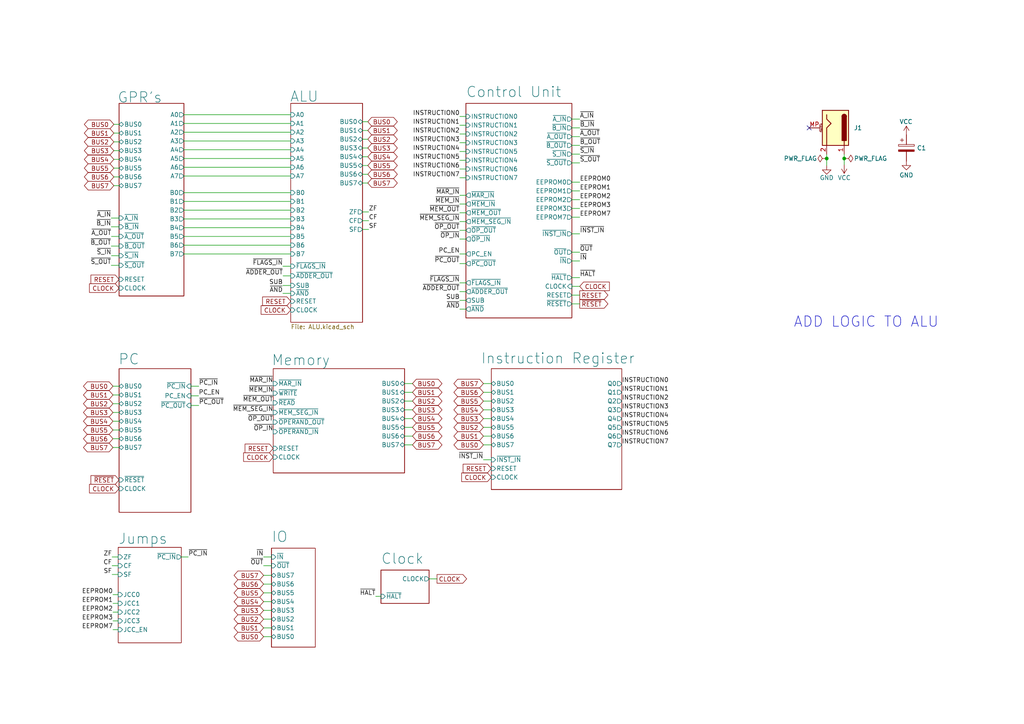
<source format=kicad_sch>
(kicad_sch (version 20211123) (generator eeschema)
  (paper "A4")
  (lib_symbols
    (symbol "Connector:Barrel_Jack_MountingPin" (pin_names hide)
      (property "Reference" "J" (at 0 5.334 0))
      (property "Value" "Barrel_Jack_MountingPin" (at 1.27 -6.35 0))
      (symbol "Barrel_Jack_MountingPin_0_1"
        (rectangle (start -5.08 3.81) (end 5.08 -3.81) (stroke (width 0.254)) (fill (type background)))
        (arc (start -3.302 3.175) (mid -3.937 2.54) (end -3.302 1.905) (stroke (width 0.254)))
        (arc (start -3.302 3.175) (mid -3.937 2.54) (end -3.302 1.905) (stroke (width 0.254)) (fill (type outline)))
        (polyline (pts (xy 5.08 2.54) (xy 3.81 2.54)) (stroke (width 0.254)))
        (polyline (pts (xy -3.81 -2.54) (xy -2.54 -2.54) (xy -1.27 -1.27) (xy 0 -2.54) (xy 2.54 -2.54) (xy 5.08 -2.54)) (stroke (width 0.254)))
        (rectangle (start 3.683 3.175) (end -3.302 1.905) (stroke (width 0.254)) (fill (type outline)))
      )
      (symbol "Barrel_Jack_MountingPin_1_1"
        (polyline (pts (xy -1.016 -4.572) (xy 1.016 -4.572)) (stroke (width 0.1524)))
        (text "Mounting" (at 0 -4.191 0) (effects (font (size 0.381 0.381))))
        (pin passive line (at 7.62 2.54 180) (length 2.54) (name "~") (number "1"))
        (pin passive line (at 7.62 -2.54 180) (length 2.54) (name "~") (number "2"))
        (pin passive line (at 0 -7.62 90) (length 3.048) (name "MountPin") (number "MP"))
      )
    )
    (symbol "Device:C_Polarized" (pin_numbers hide) (pin_names (offset 0.254))
      (property "Reference" "C" (at 0.635 2.54 0))
      (property "Value" "C_Polarized" (at 0.635 -2.54 0))
      (symbol "C_Polarized_0_1"
        (rectangle (start -2.286 0.508) (end 2.286 1.016))
        (polyline (pts (xy -1.778 2.286) (xy -0.762 2.286)))
        (polyline (pts (xy -1.27 2.794) (xy -1.27 1.778)))
        (rectangle (start 2.286 -0.508) (end -2.286 -1.016) (fill (type outline)))
      )
      (symbol "C_Polarized_1_1"
        (pin passive line (at 0 3.81 270) (length 2.794) (name "~") (number "1"))
        (pin passive line (at 0 -3.81 90) (length 2.794) (name "~") (number "2"))
      )
    )
    (symbol "power:GND" (power) (pin_names (offset 0))
      (property "Value" "GND" (at 0 -3.81 0))
      (symbol "GND_0_1"
        (polyline (pts (xy 0 0) (xy 0 -1.27) (xy 1.27 -1.27) (xy 0 -2.54) (xy -1.27 -1.27) (xy 0 -1.27)))
      )
      (symbol "GND_1_1"
        (pin power_in line (at 0 0 270) (length 0) hide (name "GND") (number "1"))
      )
    )
    (symbol "power:PWR_FLAG" (power) (pin_numbers hide) (pin_names (offset 0) hide)
      (property "Value" "PWR_FLAG" (at 0 3.81 0))
      (symbol "PWR_FLAG_0_0"
        (pin power_out line (at 0 0 90) (length 0) (name "pwr") (number "1"))
      )
      (symbol "PWR_FLAG_0_1"
        (polyline (pts (xy 0 0) (xy 0 1.27) (xy -1.016 1.905) (xy 0 2.54) (xy 1.016 1.905) (xy 0 1.27)))
      )
    )
    (symbol "power:VCC" (power) (pin_names (offset 0))
      (property "Value" "VCC" (at 0 3.81 0))
      (symbol "VCC_0_1"
        (polyline (pts (xy -0.762 1.27) (xy 0 2.54)))
        (polyline (pts (xy 0 0) (xy 0 2.54)))
        (polyline (pts (xy 0 2.54) (xy 0.762 1.27)))
      )
      (symbol "VCC_1_1"
        (pin power_in line (at 0 0 90) (length 0) hide (name "VCC") (number "1"))
      )
    )
  )
  (junction (at 239.776 45.974))
  (junction (at 244.856 45.974))
  (no_connect (at 234.696 37.084))
  (wire (pts (xy 53.34 48.514) (xy 84.328 48.514)))
  (wire (pts (xy 165.862 39.624) (xy 168.148 39.624)))
  (wire (pts (xy 133.35 76.454) (xy 135.128 76.454)))
  (wire (pts (xy 165.862 85.598) (xy 168.148 85.598)))
  (wire (pts (xy 133.35 43.942) (xy 135.128 43.942)))
  (wire (pts (xy 105.156 37.846) (xy 106.68 37.846)))
  (wire (pts (xy 133.35 84.582) (xy 135.128 84.582)))
  (wire (pts (xy 53.34 63.5) (xy 84.328 63.5)))
  (wire (pts (xy 117.348 113.792) (xy 119.634 113.792)))
  (wire (pts (xy 142.494 126.492) (xy 140.208 126.492)))
  (wire (pts (xy 124.46 167.894) (xy 126.746 167.894)))
  (wire (pts (xy 57.658 112.014) (xy 55.372 112.014)))
  (wire (pts (xy 78.74 166.878) (xy 76.454 166.878)))
  (wire (pts (xy 53.34 45.974) (xy 84.328 45.974)))
  (wire (pts (xy 78.74 171.958) (xy 76.454 171.958)))
  (wire (pts (xy 34.29 164.084) (xy 32.512 164.084)))
  (wire (pts (xy 133.35 87.122) (xy 135.128 87.122)))
  (wire (pts (xy 133.35 61.722) (xy 135.128 61.722)))
  (wire (pts (xy 105.156 53.086) (xy 106.68 53.086)))
  (wire (pts (xy 142.494 129.032) (xy 140.208 129.032)))
  (wire (pts (xy 32.766 124.714) (xy 34.544 124.714)))
  (wire (pts (xy 53.34 35.814) (xy 84.328 35.814)))
  (wire (pts (xy 239.776 44.704) (xy 239.776 45.974)))
  (wire (pts (xy 78.74 169.418) (xy 76.454 169.418)))
  (wire (pts (xy 133.35 56.642) (xy 135.128 56.642)))
  (wire (pts (xy 165.862 88.138) (xy 168.148 88.138)))
  (wire (pts (xy 108.966 172.974) (xy 110.49 172.974)))
  (wire (pts (xy 82.1008 80.01) (xy 84.328 80.01)))
  (wire (pts (xy 82.042 82.804) (xy 84.328 82.804)))
  (wire (pts (xy 133.35 82.042) (xy 135.128 82.042)))
  (wire (pts (xy 133.35 38.862) (xy 135.128 38.862)))
  (wire (pts (xy 32.766 117.094) (xy 34.544 117.094)))
  (wire (pts (xy 53.34 43.434) (xy 84.328 43.434)))
  (wire (pts (xy 133.35 59.182) (xy 135.128 59.182)))
  (wire (pts (xy 165.862 52.832) (xy 168.148 52.832)))
  (wire (pts (xy 82.042 85.09) (xy 84.328 85.09)))
  (wire (pts (xy 117.348 116.332) (xy 119.634 116.332)))
  (wire (pts (xy 165.862 80.518) (xy 168.148 80.518)))
  (wire (pts (xy 53.34 66.04) (xy 84.328 66.04)))
  (wire (pts (xy 78.74 164.084) (xy 76.454 164.084)))
  (wire (pts (xy 105.156 50.546) (xy 106.68 50.546)))
  (wire (pts (xy 53.34 40.894) (xy 84.328 40.894)))
  (wire (pts (xy 82.042 77.216) (xy 84.328 77.216)))
  (wire (pts (xy 34.544 36.068) (xy 33.02 36.068)))
  (wire (pts (xy 165.862 37.084) (xy 168.148 37.084)))
  (wire (pts (xy 165.862 57.912) (xy 168.148 57.912)))
  (wire (pts (xy 78.74 184.658) (xy 76.454 184.658)))
  (wire (pts (xy 165.862 62.992) (xy 168.148 62.992)))
  (wire (pts (xy 133.35 33.782) (xy 135.128 33.782)))
  (wire (pts (xy 32.3168 68.58) (xy 34.544 68.58)))
  (wire (pts (xy 142.494 111.252) (xy 140.208 111.252)))
  (wire (pts (xy 34.544 43.688) (xy 33.02 43.688)))
  (wire (pts (xy 53.34 51.054) (xy 84.328 51.054)))
  (wire (pts (xy 105.156 66.548) (xy 106.934 66.548)))
  (wire (pts (xy 32.766 177.546) (xy 34.29 177.546)))
  (wire (pts (xy 244.856 45.974) (xy 244.856 47.752)))
  (wire (pts (xy 34.544 38.608) (xy 33.02 38.608)))
  (wire (pts (xy 57.5992 114.808) (xy 55.372 114.808)))
  (wire (pts (xy 117.348 123.952) (xy 119.634 123.952)))
  (wire (pts (xy 34.544 46.228) (xy 33.02 46.228)))
  (wire (pts (xy 32.258 76.962) (xy 34.544 76.962)))
  (wire (pts (xy 142.494 118.872) (xy 140.208 118.872)))
  (wire (pts (xy 133.35 73.66) (xy 135.128 73.66)))
  (wire (pts (xy 32.766 129.794) (xy 34.544 129.794)))
  (wire (pts (xy 32.3168 74.168) (xy 34.544 74.168)))
  (wire (pts (xy 133.35 89.662) (xy 135.128 89.662)))
  (wire (pts (xy 32.766 182.626) (xy 34.29 182.626)))
  (wire (pts (xy 244.856 44.704) (xy 244.856 45.974)))
  (wire (pts (xy 32.766 127.254) (xy 34.544 127.254)))
  (wire (pts (xy 142.494 123.952) (xy 140.208 123.952)))
  (wire (pts (xy 53.34 73.66) (xy 84.328 73.66)))
  (wire (pts (xy 32.258 71.374) (xy 34.544 71.374)))
  (wire (pts (xy 53.34 60.96) (xy 84.328 60.96)))
  (wire (pts (xy 32.258 65.786) (xy 34.544 65.786)))
  (wire (pts (xy 53.34 58.42) (xy 84.328 58.42)))
  (wire (pts (xy 117.348 126.492) (xy 119.634 126.492)))
  (wire (pts (xy 32.766 114.554) (xy 34.544 114.554)))
  (wire (pts (xy 165.862 44.704) (xy 168.148 44.704)))
  (wire (pts (xy 133.35 64.262) (xy 135.128 64.262)))
  (wire (pts (xy 133.35 36.322) (xy 135.128 36.322)))
  (wire (pts (xy 142.494 116.332) (xy 140.208 116.332)))
  (wire (pts (xy 53.34 68.58) (xy 84.328 68.58)))
  (wire (pts (xy 133.35 51.562) (xy 135.128 51.562)))
  (wire (pts (xy 165.862 47.244) (xy 168.148 47.244)))
  (wire (pts (xy 78.74 182.118) (xy 76.454 182.118)))
  (wire (pts (xy 165.862 67.818) (xy 168.148 67.818)))
  (wire (pts (xy 32.766 112.014) (xy 34.544 112.014)))
  (wire (pts (xy 165.862 55.372) (xy 168.148 55.372)))
  (wire (pts (xy 32.766 122.174) (xy 34.544 122.174)))
  (wire (pts (xy 32.766 175.006) (xy 34.29 175.006)))
  (wire (pts (xy 34.544 48.768) (xy 33.02 48.768)))
  (wire (pts (xy 34.544 51.308) (xy 33.02 51.308)))
  (wire (pts (xy 78.74 179.578) (xy 76.454 179.578)))
  (wire (pts (xy 34.29 166.624) (xy 32.512 166.624)))
  (wire (pts (xy 53.34 71.12) (xy 84.328 71.12)))
  (wire (pts (xy 117.348 118.872) (xy 119.634 118.872)))
  (wire (pts (xy 133.35 49.022) (xy 135.128 49.022)))
  (wire (pts (xy 32.766 172.466) (xy 34.29 172.466)))
  (wire (pts (xy 239.776 45.974) (xy 239.776 48.006)))
  (wire (pts (xy 34.29 161.544) (xy 32.512 161.544)))
  (wire (pts (xy 142.494 113.792) (xy 140.208 113.792)))
  (wire (pts (xy 34.544 53.848) (xy 33.02 53.848)))
  (wire (pts (xy 32.258 63.246) (xy 34.544 63.246)))
  (wire (pts (xy 105.156 35.306) (xy 106.68 35.306)))
  (wire (pts (xy 140.208 133.35) (xy 142.494 133.35)))
  (wire (pts (xy 117.348 121.412) (xy 119.634 121.412)))
  (wire (pts (xy 52.578 161.544) (xy 54.61 161.544)))
  (wire (pts (xy 105.156 61.468) (xy 106.934 61.468)))
  (wire (pts (xy 133.35 69.342) (xy 135.128 69.342)))
  (wire (pts (xy 142.494 121.412) (xy 140.208 121.412)))
  (wire (pts (xy 32.766 180.086) (xy 34.29 180.086)))
  (wire (pts (xy 105.156 42.926) (xy 106.68 42.926)))
  (wire (pts (xy 105.156 40.386) (xy 106.68 40.386)))
  (wire (pts (xy 78.74 177.038) (xy 76.454 177.038)))
  (wire (pts (xy 117.348 129.032) (xy 119.634 129.032)))
  (wire (pts (xy 78.74 161.544) (xy 76.454 161.544)))
  (wire (pts (xy 53.34 55.88) (xy 84.328 55.88)))
  (wire (pts (xy 105.156 64.008) (xy 106.934 64.008)))
  (wire (pts (xy 105.156 45.466) (xy 106.68 45.466)))
  (wire (pts (xy 165.862 34.544) (xy 168.148 34.544)))
  (wire (pts (xy 165.862 42.164) (xy 168.148 42.164)))
  (wire (pts (xy 34.544 41.148) (xy 33.02 41.148)))
  (wire (pts (xy 78.74 174.498) (xy 76.454 174.498)))
  (wire (pts (xy 133.35 46.482) (xy 135.128 46.482)))
  (wire (pts (xy 165.862 83.058) (xy 168.148 83.058)))
  (wire (pts (xy 165.862 73.152) (xy 168.148 73.152)))
  (wire (pts (xy 117.348 111.252) (xy 119.634 111.252)))
  (wire (pts (xy 165.862 75.692) (xy 168.148 75.692)))
  (wire (pts (xy 53.34 38.354) (xy 84.328 38.354)))
  (wire (pts (xy 105.156 48.006) (xy 106.68 48.006)))
  (wire (pts (xy 133.35 41.402) (xy 135.128 41.402)))
  (wire (pts (xy 57.658 117.602) (xy 55.372 117.602)))
  (wire (pts (xy 165.862 60.452) (xy 168.148 60.452)))
  (wire (pts (xy 53.34 33.274) (xy 84.328 33.274)))
  (wire (pts (xy 133.35 66.802) (xy 135.128 66.802)))
  (wire (pts (xy 32.766 119.634) (xy 34.544 119.634)))
  (text "ADD LOGIC TO ALU" (at 230.124 95.25 0) (effects (font (size 3 3)) (justify left bottom)))
  (label "INSTRUCTION0" (at 180.34 111.252 0))
  (label "~{IN}" (at 168.148 75.692 0))
  (label "~{A_IN}" (at 32.258 63.246 180))
  (label "EEPROM3" (at 168.148 60.452 0))
  (label "~{OP_IN}" (at 133.35 69.342 180))
  (label "EEPROM2" (at 32.766 177.546 180))
  (label "INSTRUCTION3" (at 133.35 41.402 180))
  (label "~{A_IN}" (at 168.148 34.544 0))
  (label "INSTRUCTION7" (at 133.35 51.562 180))
  (label "~{OUT}" (at 76.454 164.084 180))
  (label "~{ADDER_OUT}" (at 133.35 84.582 180))
  (label "~{A_OUT}" (at 168.148 39.624 0))
  (label "~{INST_IN}" (at 168.148 67.818 0))
  (label "~{FLAGS_IN}" (at 82.042 77.216 180))
  (label "~{PC_IN}" (at 57.658 112.014 0))
  (label "PC_EN" (at 57.5992 114.808 0))
  (label "SF" (at 106.934 66.548 0))
  (label "~{B_OUT}" (at 168.148 42.164 0))
  (label "~{B_IN}" (at 168.148 37.084 0))
  (label "~{MEM_OUT}" (at 79.248 116.84 180))
  (label "SUB" (at 133.35 87.122 180))
  (label "INSTRUCTION0" (at 133.35 33.782 180))
  (label "~{S_IN}" (at 168.148 44.704 0))
  (label "~{MAR_IN}" (at 79.248 111.252 180))
  (label "EEPROM1" (at 32.766 175.006 180))
  (label "EEPROM2" (at 168.148 57.912 0))
  (label "~{INST_IN}" (at 140.208 133.35 180))
  (label "~{AND}" (at 133.35 89.662 180))
  (label "SF" (at 32.512 166.624 180))
  (label "~{B_IN}" (at 32.258 65.786 180))
  (label "~{A_OUT}" (at 32.3168 68.58 180))
  (label "EEPROM7" (at 168.148 62.992 0))
  (label "INSTRUCTION2" (at 180.34 116.332 0))
  (label "ZF" (at 32.512 161.544 180))
  (label "INSTRUCTION4" (at 133.35 43.942 180))
  (label "~{FLAGS_IN}" (at 133.35 82.042 180))
  (label "PC_EN" (at 133.35 73.66 180))
  (label "~{OUT}" (at 168.148 73.152 0))
  (label "~{OP_OUT}" (at 79.248 122.428 180))
  (label "~{MEM_SEG_IN}" (at 133.35 64.262 180))
  (label "~{S_IN}" (at 32.3168 74.168 180))
  (label "~{HALT}" (at 108.966 172.974 180))
  (label "~{OP_IN}" (at 79.248 125.222 180))
  (label "INSTRUCTION1" (at 133.35 36.322 180))
  (label "EEPROM3" (at 32.766 180.086 180))
  (label "EEPROM7" (at 32.766 182.626 180))
  (label "~{S_OUT}" (at 32.258 76.962 180))
  (label "~{MAR_IN}" (at 133.35 56.642 180))
  (label "INSTRUCTION6" (at 133.35 49.022 180))
  (label "EEPROM0" (at 32.766 172.466 180))
  (label "~{B_OUT}" (at 32.258 71.374 180))
  (label "EEPROM1" (at 168.148 55.372 0))
  (label "INSTRUCTION6" (at 180.34 126.492 0))
  (label "INSTRUCTION2" (at 133.35 38.862 180))
  (label "EEPROM0" (at 168.148 52.832 0))
  (label "~{ADDER_OUT}" (at 82.1008 80.01 180))
  (label "~{MEM_OUT}" (at 133.35 61.722 180))
  (label "INSTRUCTION5" (at 180.34 123.952 0))
  (label "CF" (at 106.934 64.008 0))
  (label "INSTRUCTION5" (at 133.35 46.482 180))
  (label "ZF" (at 106.934 61.468 0))
  (label "~{MEM_SEG_IN}" (at 79.248 119.634 180))
  (label "INSTRUCTION4" (at 180.34 121.412 0))
  (label "~{OP_OUT}" (at 133.35 66.802 180))
  (label "INSTRUCTION3" (at 180.34 118.872 0))
  (label "~{IN}" (at 76.454 161.544 180))
  (label "INSTRUCTION1" (at 180.34 113.792 0))
  (label "~{PC_IN}" (at 54.61 161.544 0))
  (label "~{MEM_IN}" (at 133.35 59.182 180))
  (label "CF" (at 32.512 164.084 180))
  (label "~{S_OUT}" (at 168.148 47.244 0))
  (label "~{AND}" (at 82.042 85.09 180))
  (label "~{PC_OUT}" (at 57.658 117.602 0))
  (label "~{PC_OUT}" (at 133.35 76.454 180))
  (label "~{HALT}" (at 168.148 80.518 0))
  (label "~{MEM_IN}" (at 79.248 114.046 180))
  (label "INSTRUCTION7" (at 180.34 129.032 0))
  (label "SUB" (at 82.042 82.804 180))
  (global_label "BUS7" (shape tri_state) (at 33.02 53.848 180) (property "Intersheet References" "${INTERSHEET_REFS}" (effects hide)))
  (global_label "BUS2" (shape tri_state) (at 140.208 123.952 180) (property "Intersheet References" "${INTERSHEET_REFS}" (effects hide)))
  (global_label "BUS2" (shape tri_state) (at 33.02 41.148 180) (property "Intersheet References" "${INTERSHEET_REFS}" (effects hide)))
  (global_label "BUS7" (shape tri_state) (at 119.634 129.032 0) (property "Intersheet References" "${INTERSHEET_REFS}" (effects hide)))
  (global_label "BUS0" (shape tri_state) (at 119.634 111.252 0) (property "Intersheet References" "${INTERSHEET_REFS}" (effects hide)))
  (global_label "BUS3" (shape tri_state) (at 76.454 177.038 180) (property "Intersheet References" "${INTERSHEET_REFS}" (effects hide)))
  (global_label "BUS5" (shape tri_state) (at 33.02 48.768 180) (property "Intersheet References" "${INTERSHEET_REFS}" (effects hide)))
  (global_label "BUS4" (shape tri_state) (at 119.634 121.412 0) (property "Intersheet References" "${INTERSHEET_REFS}" (effects hide)))
  (global_label "CLOCK" (shape input) (at 84.328 89.916 180) (property "Intersheet References" "${INTERSHEET_REFS}" (effects hide)))
  (global_label "BUS7" (shape tri_state) (at 106.68 53.086 0) (property "Intersheet References" "${INTERSHEET_REFS}" (effects hide)))
  (global_label "BUS3" (shape tri_state) (at 106.68 42.926 0) (property "Intersheet References" "${INTERSHEET_REFS}" (effects hide)))
  (global_label "BUS0" (shape tri_state) (at 33.02 36.068 180) (property "Intersheet References" "${INTERSHEET_REFS}" (effects hide)))
  (global_label "BUS3" (shape tri_state) (at 119.634 118.872 0) (property "Intersheet References" "${INTERSHEET_REFS}" (effects hide)))
  (global_label "CLOCK" (shape input) (at 34.544 141.732 180) (property "Intersheet References" "${INTERSHEET_REFS}" (effects hide)))
  (global_label "BUS3" (shape tri_state) (at 33.02 43.688 180) (property "Intersheet References" "${INTERSHEET_REFS}" (effects hide)))
  (global_label "CLOCK" (shape input) (at 142.494 138.43 180) (property "Intersheet References" "${INTERSHEET_REFS}" (effects hide)))
  (global_label "BUS4" (shape tri_state) (at 32.766 122.174 180) (property "Intersheet References" "${INTERSHEET_REFS}" (effects hide)))
  (global_label "~{RESET}" (shape output) (at 168.148 88.138 0) (property "Intersheet References" "${INTERSHEET_REFS}" (effects hide)))
  (global_label "BUS0" (shape tri_state) (at 76.454 184.658 180) (property "Intersheet References" "${INTERSHEET_REFS}" (effects hide)))
  (global_label "BUS2" (shape tri_state) (at 119.634 116.332 0) (property "Intersheet References" "${INTERSHEET_REFS}" (effects hide)))
  (global_label "RESET" (shape input) (at 84.328 87.376 180) (property "Intersheet References" "${INTERSHEET_REFS}" (effects hide)))
  (global_label "BUS6" (shape tri_state) (at 33.02 51.308 180) (property "Intersheet References" "${INTERSHEET_REFS}" (effects hide)))
  (global_label "BUS1" (shape tri_state) (at 32.766 114.554 180) (property "Intersheet References" "${INTERSHEET_REFS}" (effects hide)))
  (global_label "BUS2" (shape tri_state) (at 32.766 117.094 180) (property "Intersheet References" "${INTERSHEET_REFS}" (effects hide)))
  (global_label "BUS4" (shape tri_state) (at 140.208 118.872 180) (property "Intersheet References" "${INTERSHEET_REFS}" (effects hide)))
  (global_label "BUS7" (shape tri_state) (at 76.454 166.878 180) (property "Intersheet References" "${INTERSHEET_REFS}" (effects hide)))
  (global_label "BUS7" (shape tri_state) (at 140.208 111.252 180) (property "Intersheet References" "${INTERSHEET_REFS}" (effects hide)))
  (global_label "BUS0" (shape tri_state) (at 106.68 35.306 0) (property "Intersheet References" "${INTERSHEET_REFS}" (effects hide)))
  (global_label "BUS6" (shape tri_state) (at 76.454 169.418 180) (property "Intersheet References" "${INTERSHEET_REFS}" (effects hide)))
  (global_label "BUS7" (shape tri_state) (at 32.766 129.794 180) (property "Intersheet References" "${INTERSHEET_REFS}" (effects hide)))
  (global_label "BUS5" (shape tri_state) (at 106.68 48.006 0) (property "Intersheet References" "${INTERSHEET_REFS}" (effects hide)))
  (global_label "BUS6" (shape tri_state) (at 140.208 113.792 180) (property "Intersheet References" "${INTERSHEET_REFS}" (effects hide)))
  (global_label "BUS6" (shape tri_state) (at 106.68 50.546 0) (property "Intersheet References" "${INTERSHEET_REFS}" (effects hide)))
  (global_label "BUS4" (shape tri_state) (at 33.02 46.228 180) (property "Intersheet References" "${INTERSHEET_REFS}" (effects hide)))
  (global_label "BUS1" (shape tri_state) (at 106.68 37.846 0) (property "Intersheet References" "${INTERSHEET_REFS}" (effects hide)))
  (global_label "BUS6" (shape tri_state) (at 119.634 126.492 0) (property "Intersheet References" "${INTERSHEET_REFS}" (effects hide)))
  (global_label "BUS1" (shape tri_state) (at 33.02 38.608 180) (property "Intersheet References" "${INTERSHEET_REFS}" (effects hide)))
  (global_label "RESET" (shape output) (at 168.148 85.598 0) (property "Intersheet References" "${INTERSHEET_REFS}" (effects hide)))
  (global_label "CLOCK" (shape input) (at 168.148 83.058 0) (property "Intersheet References" "${INTERSHEET_REFS}" (effects hide)))
  (global_label "~{RESET}" (shape input) (at 34.544 139.192 180) (property "Intersheet References" "${INTERSHEET_REFS}" (effects hide)))
  (global_label "BUS0" (shape tri_state) (at 140.208 129.032 180) (property "Intersheet References" "${INTERSHEET_REFS}" (effects hide)))
  (global_label "BUS1" (shape tri_state) (at 140.208 126.492 180) (property "Intersheet References" "${INTERSHEET_REFS}" (effects hide)))
  (global_label "CLOCK" (shape output) (at 126.746 167.894 0) (property "Intersheet References" "${INTERSHEET_REFS}" (effects hide)))
  (global_label "BUS0" (shape tri_state) (at 32.766 112.014 180) (property "Intersheet References" "${INTERSHEET_REFS}" (effects hide)))
  (global_label "CLOCK" (shape input) (at 79.248 132.588 180) (property "Intersheet References" "${INTERSHEET_REFS}" (effects hide)))
  (global_label "BUS2" (shape tri_state) (at 106.68 40.386 0) (property "Intersheet References" "${INTERSHEET_REFS}" (effects hide)))
  (global_label "CLOCK" (shape input) (at 34.544 83.566 180) (property "Intersheet References" "${INTERSHEET_REFS}" (effects hide)))
  (global_label "BUS4" (shape tri_state) (at 106.68 45.466 0) (property "Intersheet References" "${INTERSHEET_REFS}" (effects hide)))
  (global_label "BUS4" (shape tri_state) (at 76.454 174.498 180) (property "Intersheet References" "${INTERSHEET_REFS}" (effects hide)))
  (global_label "BUS2" (shape tri_state) (at 76.454 179.578 180) (property "Intersheet References" "${INTERSHEET_REFS}" (effects hide)))
  (global_label "BUS6" (shape tri_state) (at 32.766 127.254 180) (property "Intersheet References" "${INTERSHEET_REFS}" (effects hide)))
  (global_label "BUS5" (shape tri_state) (at 76.454 171.958 180) (property "Intersheet References" "${INTERSHEET_REFS}" (effects hide)))
  (global_label "BUS1" (shape tri_state) (at 119.634 113.792 0) (property "Intersheet References" "${INTERSHEET_REFS}" (effects hide)))
  (global_label "RESET" (shape input) (at 34.544 81.026 180) (property "Intersheet References" "${INTERSHEET_REFS}" (effects hide)))
  (global_label "BUS5" (shape tri_state) (at 32.766 124.714 180) (property "Intersheet References" "${INTERSHEET_REFS}" (effects hide)))
  (global_label "RESET" (shape input) (at 142.494 135.89 180) (property "Intersheet References" "${INTERSHEET_REFS}" (effects hide)))
  (global_label "BUS1" (shape tri_state) (at 76.454 182.118 180) (property "Intersheet References" "${INTERSHEET_REFS}" (effects hide)))
  (global_label "RESET" (shape input) (at 79.248 130.048 180) (property "Intersheet References" "${INTERSHEET_REFS}" (effects hide)))
  (global_label "BUS3" (shape tri_state) (at 32.766 119.634 180) (property "Intersheet References" "${INTERSHEET_REFS}" (effects hide)))
  (global_label "BUS5" (shape tri_state) (at 119.634 123.952 0) (property "Intersheet References" "${INTERSHEET_REFS}" (effects hide)))
  (global_label "BUS5" (shape tri_state) (at 140.208 116.332 180) (property "Intersheet References" "${INTERSHEET_REFS}" (effects hide)))
  (global_label "BUS3" (shape tri_state) (at 140.208 121.412 180) (property "Intersheet References" "${INTERSHEET_REFS}" (effects hide)))
  (symbol (lib_id "power:GND") (at 239.776 48.006 0) (unit 1)
    (property "Reference" "#PWR01" (effects hide))
    (property "Value" "GND" (at 239.776 51.562 0))
  )
  (symbol (lib_id "Device:C_Polarized") (at 262.89 42.926 0) (unit 1)
    (property "Reference" "C1" (at 265.938 42.926 0) (effects (justify left)))
    (property "Value" "C_Polarized" (effects hide))
    (property "Footprint" "Capacitor_SMD:CP_Elec_4x3" (effects hide))
  )
  (symbol (lib_id "power:VCC") (at 262.89 39.116 0) (unit 1)
    (property "Reference" "#PWR03" (effects hide))
    (property "Value" "VCC" (at 260.858 35.306 0) (effects (justify left)))
  )
  (symbol (lib_id "Connector:Barrel_Jack_MountingPin") (at 242.316 37.084 270) (unit 1)
    (property "Reference" "J1" (at 247.65 37.0839 90) (effects (justify left)))
    (property "Value" "Barrel_Jack_MountingPin" (effects hide))
    (property "Footprint" "Connector_BarrelJack:BarrelJack_Horizontal" (effects hide))
  )
  (symbol (lib_id "power:PWR_FLAG") (at 244.856 45.974 270) (unit 1)
    (property "Reference" "#FLG02" (effects hide))
    (property "Value" "PWR_FLAG" (at 247.65 45.974 90) (effects (justify left)))
  )
  (symbol (lib_id "power:VCC") (at 244.856 47.752 180) (unit 1)
    (property "Reference" "#PWR02" (effects hide))
    (property "Value" "VCC" (at 244.856 51.562 0))
  )
  (symbol (lib_id "power:GND") (at 262.89 46.736 0) (unit 1)
    (property "Reference" "#PWR04" (effects hide))
    (property "Value" "GND" (at 262.89 50.8 0))
  )
  (symbol (lib_id "power:PWR_FLAG") (at 239.776 45.974 90) (unit 1)
    (property "Reference" "#FLG01" (effects hide))
    (property "Value" "PWR_FLAG" (at 236.982 45.974 90) (effects (justify left)))
  )
  (sheet (at 34.544 106.934) (size 20.828 41.656) (stroke (width 0.1524))
    (property "Sheet name" "PC" (at 34.29 105.918 0) (effects (font (size 3 3)) (justify left bottom)))
    (property "Sheet file" "program-counter.kicad_sch" (effects hide))
    (pin "~{PC_OUT}" input (at 55.372 117.602 0))
    (pin "~{RESET}" input (at 34.544 139.192 180))
    (pin "CLOCK" input (at 34.544 141.732 180))
    (pin "PC_EN" input (at 55.372 114.808 0))
    (pin "~{PC_IN}" input (at 55.372 112.014 0))
    (pin "BUS0" tri_state (at 34.544 112.014 180))
    (pin "BUS1" tri_state (at 34.544 114.554 180))
    (pin "BUS2" tri_state (at 34.544 117.094 180))
    (pin "BUS3" tri_state (at 34.544 119.634 180))
    (pin "BUS5" tri_state (at 34.544 124.714 180))
    (pin "BUS7" tri_state (at 34.544 129.794 180))
    (pin "BUS4" tri_state (at 34.544 122.174 180))
    (pin "BUS6" tri_state (at 34.544 127.254 180))
  )
  (sheet (at 78.74 159.004) (size 12.7 28.702) (stroke (width 0.1524))
    (property "Sheet name" "IO" (at 78.74 157.4274 0) (effects (font (size 3 3)) (justify left bottom)))
    (property "Sheet file" "io.kicad_sch" (effects hide))
    (pin "~{IN}" input (at 78.74 161.544 180))
    (pin "~{OUT}" input (at 78.74 164.084 180))
    (pin "BUS2" tri_state (at 78.74 179.578 180))
    (pin "BUS1" tri_state (at 78.74 182.118 180))
    (pin "BUS4" tri_state (at 78.74 174.498 180))
    (pin "BUS3" tri_state (at 78.74 177.038 180))
    (pin "BUS0" tri_state (at 78.74 184.658 180))
    (pin "BUS7" tri_state (at 78.74 166.878 180))
    (pin "BUS5" tri_state (at 78.74 171.958 180))
    (pin "BUS6" tri_state (at 78.74 169.418 180))
  )
  (sheet (at 79.248 106.934) (size 38.1 30.226) (stroke (width 0.1524))
    (property "Sheet name" "Memory" (at 78.74 106.172 0) (effects (font (size 3 3)) (justify left bottom)))
    (property "Sheet file" "memory.kicad_sch" (effects hide))
    (pin "BUS1" tri_state (at 117.348 113.792 0))
    (pin "BUS0" tri_state (at 117.348 111.252 0))
    (pin "BUS2" tri_state (at 117.348 116.332 0))
    (pin "BUS4" tri_state (at 117.348 121.412 0))
    (pin "BUS6" tri_state (at 117.348 126.492 0))
    (pin "BUS7" tri_state (at 117.348 129.032 0))
    (pin "BUS3" tri_state (at 117.348 118.872 0))
    (pin "BUS5" tri_state (at 117.348 123.952 0))
    (pin "RESET" input (at 79.248 130.048 180))
    (pin "CLOCK" input (at 79.248 132.588 180))
    (pin "~{MEM_SEG_IN}" input (at 79.248 119.634 180))
    (pin "~{READ}" input (at 79.248 116.84 180))
    (pin "~{WRITE}" input (at 79.248 114.046 180))
    (pin "~{MAR_IN}" input (at 79.248 111.252 180))
    (pin "~{OPERAND_OUT}" input (at 79.248 122.428 180))
    (pin "~{OPERAND_IN}" input (at 79.248 125.222 180))
  )
  (sheet (at 110.49 165.354) (size 13.97 9.652) (stroke (width 0.1524))
    (property "Sheet name" "Clock" (at 110.49 163.7774 0) (effects (font (size 3 3)) (justify left bottom)))
    (property "Sheet file" "clock.kicad_sch" (effects hide))
    (pin "CLOCK" output (at 124.46 167.894 0))
    (pin "~{HALT}" input (at 110.49 172.974 180))
  )
  (sheet (at 84.328 29.972) (size 20.828 63.5) (stroke (width 0.1524))
    (property "Sheet name" "ALU" (at 84.074 29.718 0) (effects (font (size 3 3)) (justify left bottom)))
    (property "Sheet file" "ALU.kicad_sch" (at 84.328 94.0566 0) (effects (justify left top)))
    (pin "A0" input (at 84.328 33.274 180))
    (pin "BUS7" tri_state (at 105.156 53.086 0))
    (pin "BUS1" tri_state (at 105.156 37.846 0))
    (pin "BUS0" tri_state (at 105.156 35.306 0))
    (pin "BUS6" tri_state (at 105.156 50.546 0))
    (pin "BUS4" tri_state (at 105.156 45.466 0))
    (pin "BUS2" tri_state (at 105.156 40.386 0))
    (pin "ZF" output (at 105.156 61.468 0))
    (pin "CF" output (at 105.156 64.008 0))
    (pin "SF" output (at 105.156 66.548 0))
    (pin "B6" input (at 84.328 71.12 180))
    (pin "B4" input (at 84.328 66.04 180))
    (pin "B3" input (at 84.328 63.5 180))
    (pin "B5" input (at 84.328 68.58 180))
    (pin "B7" input (at 84.328 73.66 180))
    (pin "SUB" input (at 84.328 82.804 180))
    (pin "B1" input (at 84.328 58.42 180))
    (pin "B2" input (at 84.328 60.96 180))
    (pin "B0" input (at 84.328 55.88 180))
    (pin "A5" input (at 84.328 45.974 180))
    (pin "A4" input (at 84.328 43.434 180))
    (pin "A6" input (at 84.328 48.514 180))
    (pin "A7" input (at 84.328 51.054 180))
    (pin "A1" input (at 84.328 35.814 180))
    (pin "A3" input (at 84.328 40.894 180))
    (pin "A2" input (at 84.328 38.354 180))
    (pin "RESET" input (at 84.328 87.376 180))
    (pin "~{FLAGS_IN}" input (at 84.328 77.216 180))
    (pin "CLOCK" input (at 84.328 89.916 180))
    (pin "BUS5" tri_state (at 105.156 48.006 0))
    (pin "BUS3" tri_state (at 105.156 42.926 0))
    (pin "~{AND}" input (at 84.328 85.09 180))
    (pin "~{ADDER_OUT}" input (at 84.328 80.01 180))
  )
  (sheet (at 34.29 158.75) (size 18.288 27.686) (stroke (width 0.1524))
    (property "Sheet name" "Jumps" (at 34.29 157.988 0) (effects (font (size 3 3)) (justify left bottom)))
    (property "Sheet file" "jumps.kicad_sch" (effects hide))
    (pin "ZF" input (at 34.29 161.544 180))
    (pin "CF" input (at 34.29 164.084 180))
    (pin "SF" input (at 34.29 166.624 180))
    (pin "~{PC_IN}" output (at 52.578 161.544 0))
    (pin "JCC3" input (at 34.29 180.086 180))
    (pin "JCC2" input (at 34.29 177.546 180))
    (pin "JCC0" input (at 34.29 172.466 180))
    (pin "JCC1" input (at 34.29 175.006 180))
    (pin "JCC_EN" input (at 34.29 182.626 180))
  )
  (sheet (at 135.128 29.972) (size 30.734 62.23) (stroke (width 0.1524))
    (property "Sheet name" "Control Unit" (at 135.128 28.3954 0) (effects (font (size 3 3)) (justify left bottom)))
    (property "Sheet file" "control.kicad_sch" (effects hide))
    (pin "SUB" output (at 135.128 87.122 180))
    (pin "~{A_IN}" output (at 165.862 34.544 0))
    (pin "EEPROM7" output (at 165.862 62.992 0))
    (pin "~{B_IN}" output (at 165.862 37.084 0))
    (pin "~{MAR_IN}" output (at 135.128 56.642 180))
    (pin "~{FLAGS_IN}" output (at 135.128 82.042 180))
    (pin "PC_EN" output (at 135.128 73.66 180))
    (pin "EEPROM2" output (at 165.862 57.912 0))
    (pin "EEPROM1" output (at 165.862 55.372 0))
    (pin "EEPROM0" output (at 165.862 52.832 0))
    (pin "EEPROM3" output (at 165.862 60.452 0))
    (pin "~{S_IN}" output (at 165.862 44.704 0))
    (pin "~{INST_IN}" output (at 165.862 67.818 0))
    (pin "~{OP_IN}" output (at 135.128 69.342 180))
    (pin "~{MEM_SEG_IN}" output (at 135.128 64.262 180))
    (pin "~{MEM_IN}" output (at 135.128 59.182 180))
    (pin "~{MEM_OUT}" output (at 135.128 61.722 180))
    (pin "~{OP_OUT}" output (at 135.128 66.802 180))
    (pin "~{ADDER_OUT}" output (at 135.128 84.582 180))
    (pin "~{B_OUT}" output (at 165.862 42.164 0))
    (pin "~{PC_OUT}" output (at 135.128 76.454 180))
    (pin "~{A_OUT}" output (at 165.862 39.624 0))
    (pin "~{S_OUT}" output (at 165.862 47.244 0))
    (pin "INSTRUCTION0" input (at 135.128 33.782 180))
    (pin "INSTRUCTION2" input (at 135.128 38.862 180))
    (pin "INSTRUCTION6" input (at 135.128 49.022 180))
    (pin "INSTRUCTION1" input (at 135.128 36.322 180))
    (pin "INSTRUCTION4" input (at 135.128 46.482 180))
    (pin "INSTRUCTION3" input (at 135.128 41.402 180))
    (pin "INSTRUCTION7" input (at 135.128 51.562 180))
    (pin "INSTRUCTION5" input (at 135.128 43.942 180))
    (pin "~{RESET}" output (at 165.862 88.138 0))
    (pin "RESET" output (at 165.862 85.598 0))
    (pin "CLOCK" input (at 165.862 83.058 0))
    (pin "~{HALT}" output (at 165.862 80.518 0))
    (pin "~{IN}" output (at 165.862 75.692 0))
    (pin "~{OUT}" output (at 165.862 73.152 0))
    (pin "~{AND}" output (at 135.128 89.662 180))
  )
  (sheet (at 142.494 106.934) (size 37.846 35.052) (stroke (width 0.1524))
    (property "Sheet name" "Instruction Register" (at 139.446 105.664 0) (effects (font (size 3 3)) (justify left bottom)))
    (property "Sheet file" "instruction.kicad_sch" (effects hide))
    (pin "RESET" input (at 142.494 135.89 180))
    (pin "CLOCK" input (at 142.494 138.43 180))
    (pin "~{INST_IN}" input (at 142.494 133.35 180))
    (pin "BUS4" tri_state (at 142.494 121.412 180))
    (pin "BUS7" tri_state (at 142.494 129.032 180))
    (pin "BUS5" tri_state (at 142.494 123.952 180))
    (pin "BUS6" tri_state (at 142.494 126.492 180))
    (pin "BUS3" tri_state (at 142.494 118.872 180))
    (pin "BUS2" tri_state (at 142.494 116.332 180))
    (pin "BUS1" tri_state (at 142.494 113.792 180))
    (pin "BUS0" tri_state (at 142.494 111.252 180))
    (pin "Q0" output (at 180.34 111.252 0))
    (pin "Q1" output (at 180.34 113.792 0))
    (pin "Q2" output (at 180.34 116.332 0))
    (pin "Q3" output (at 180.34 118.872 0))
    (pin "Q4" output (at 180.34 121.412 0))
    (pin "Q5" output (at 180.34 123.952 0))
    (pin "Q6" output (at 180.34 126.492 0))
    (pin "Q7" output (at 180.34 129.032 0))
  )
  (sheet (at 34.544 29.972) (size 18.796 55.88) (stroke (width 0.1524))
    (property "Sheet name" "GPR's" (at 34.036 29.972 0) (effects (font (size 3 3)) (justify left bottom)))
    (property "Sheet file" "general-purpose-registers.kicad_sch" (effects hide))
    (pin "BUS4" tri_state (at 34.544 46.228 180))
    (pin "BUS6" tri_state (at 34.544 51.308 180))
    (pin "BUS3" tri_state (at 34.544 43.688 180))
    (pin "BUS7" tri_state (at 34.544 53.848 180))
    (pin "BUS5" tri_state (at 34.544 48.768 180))
    (pin "BUS1" tri_state (at 34.544 38.608 180))
    (pin "BUS2" tri_state (at 34.544 41.148 180))
    (pin "BUS0" tri_state (at 34.544 36.068 180))
    (pin "CLOCK" input (at 34.544 83.566 180))
    (pin "RESET" input (at 34.544 81.026 180))
    (pin "~{B_IN}" input (at 34.544 65.786 180))
    (pin "~{A_IN}" input (at 34.544 63.246 180))
    (pin "~{A_OUT}" input (at 34.544 68.58 180))
    (pin "~{B_OUT}" input (at 34.544 71.374 180))
    (pin "B0" output (at 53.34 55.88 0))
    (pin "B2" output (at 53.34 60.96 0))
    (pin "B1" output (at 53.34 58.42 0))
    (pin "B4" output (at 53.34 66.04 0))
    (pin "B3" output (at 53.34 63.5 0))
    (pin "B7" output (at 53.34 73.66 0))
    (pin "B5" output (at 53.34 68.58 0))
    (pin "B6" output (at 53.34 71.12 0))
    (pin "A0" output (at 53.34 33.274 0))
    (pin "A1" output (at 53.34 35.814 0))
    (pin "A2" output (at 53.34 38.354 0))
    (pin "A3" output (at 53.34 40.894 0))
    (pin "A4" output (at 53.34 43.434 0))
    (pin "A5" output (at 53.34 45.974 0))
    (pin "A6" output (at 53.34 48.514 0))
    (pin "A7" output (at 53.34 51.054 0))
    (pin "~{S_OUT}" input (at 34.544 76.962 180))
    (pin "~{S_IN}" input (at 34.544 74.168 180))
  )
)
</source>
